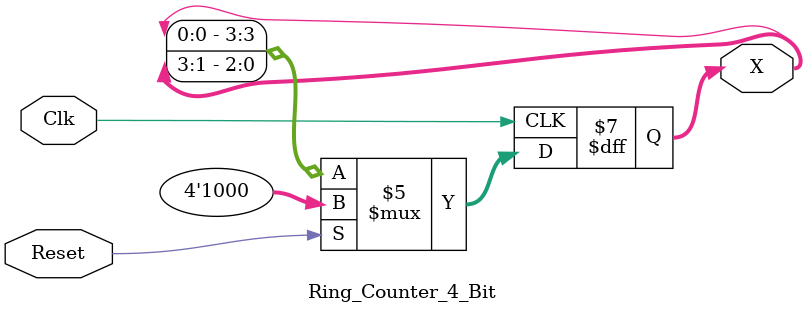
<source format=v>
module Ring_Counter_4_Bit(
    input Clk,
    input Reset,
    output reg [3:0] X
    );

initial X = 4'b1000;

always @ (posedge Clk) begin
    if (Reset==1) X <= 4'b1000;
    else X <= {X[0],X[3:1]};
end
    
endmodule

</source>
